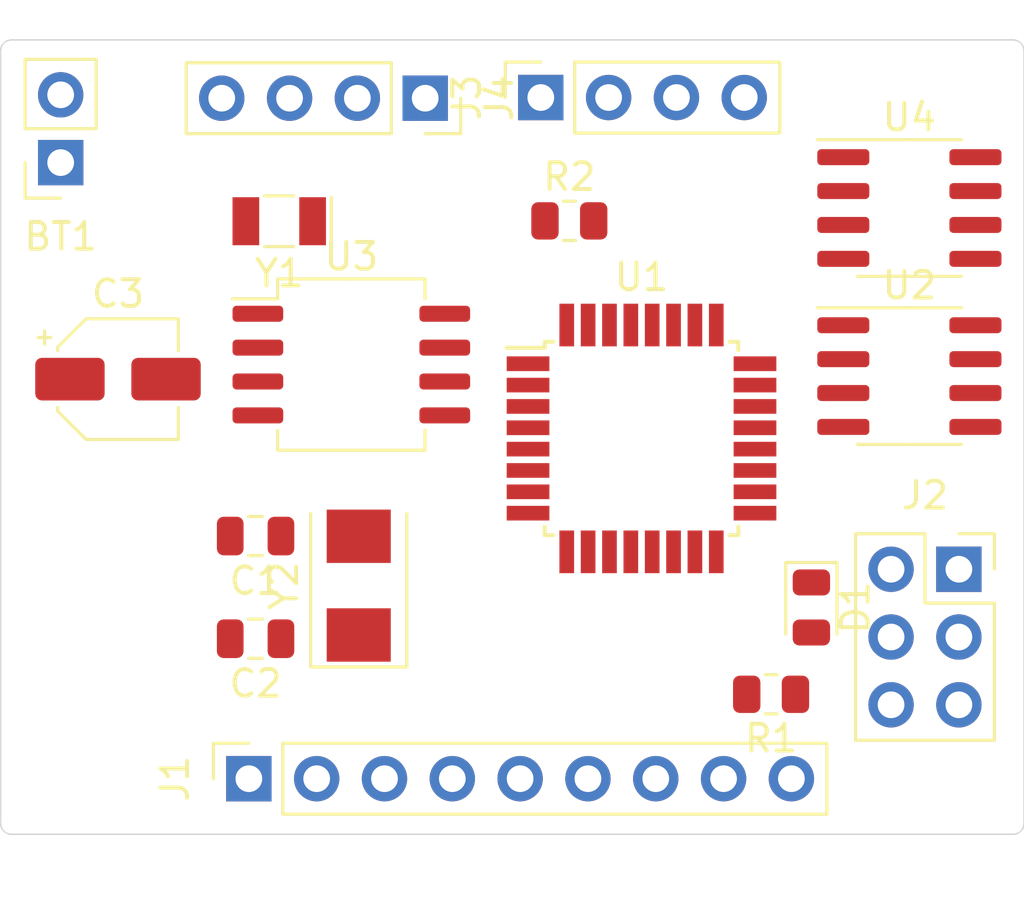
<source format=kicad_pcb>
(kicad_pcb (version 20171130) (host pcbnew "(5.1.10-1-10_14)")

  (general
    (thickness 1.6)
    (drawings 8)
    (tracks 0)
    (zones 0)
    (modules 17)
    (nets 32)
  )

  (page A4)
  (title_block
    (title Arduino)
    (date 2021-10-22)
    (rev A)
    (company STEMI)
    (comment 1 "Fran Zekan")
  )

  (layers
    (0 F.Cu signal)
    (31 B.Cu mixed)
    (33 F.Adhes user)
    (35 F.Paste user)
    (37 F.SilkS user)
    (38 B.Mask user)
    (39 F.Mask user)
    (40 Dwgs.User user)
    (41 Cmts.User user)
    (42 Eco1.User user)
    (43 Eco2.User user)
    (44 Edge.Cuts user)
    (45 Margin user)
    (46 B.CrtYd user)
    (47 F.CrtYd user)
    (49 F.Fab user)
  )

  (setup
    (last_trace_width 0.25)
    (user_trace_width 0.5)
    (trace_clearance 0.2)
    (zone_clearance 0.508)
    (zone_45_only no)
    (trace_min 0.2)
    (via_size 0.8)
    (via_drill 0.4)
    (via_min_size 0.4)
    (via_min_drill 0.3)
    (user_via 1.2 1)
    (uvia_size 0.3)
    (uvia_drill 0.1)
    (uvias_allowed no)
    (uvia_min_size 0.2)
    (uvia_min_drill 0.1)
    (edge_width 0.05)
    (segment_width 0.2)
    (pcb_text_width 0.3)
    (pcb_text_size 1.5 1.5)
    (mod_edge_width 0.12)
    (mod_text_size 1 1)
    (mod_text_width 0.15)
    (pad_size 1.524 1.524)
    (pad_drill 0.762)
    (pad_to_mask_clearance 0)
    (aux_axis_origin 0 0)
    (visible_elements FFFFFF7F)
    (pcbplotparams
      (layerselection 0x010fc_ffffffff)
      (usegerberextensions false)
      (usegerberattributes true)
      (usegerberadvancedattributes true)
      (creategerberjobfile true)
      (excludeedgelayer true)
      (linewidth 0.100000)
      (plotframeref false)
      (viasonmask false)
      (mode 1)
      (useauxorigin false)
      (hpglpennumber 1)
      (hpglpenspeed 20)
      (hpglpendiameter 15.000000)
      (psnegative false)
      (psa4output false)
      (plotreference true)
      (plotvalue true)
      (plotinvisibletext false)
      (padsonsilk false)
      (subtractmaskfromsilk false)
      (outputformat 1)
      (mirror false)
      (drillshape 1)
      (scaleselection 1)
      (outputdirectory ""))
  )

  (net 0 "")
  (net 1 VCC)
  (net 2 GND)
  (net 3 /X1)
  (net 4 /X2)
  (net 5 "Net-(D1-Pad2)")
  (net 6 /D2)
  (net 7 /D3)
  (net 8 /D4)
  (net 9 /D5)
  (net 10 /D6)
  (net 11 /D7)
  (net 12 /D8)
  (net 13 /MISO)
  (net 14 /SCL)
  (net 15 /MOSI)
  (net 16 /RST)
  (net 17 /SDA)
  (net 18 /RX)
  (net 19 /TX)
  (net 20 "Net-(R1-Pad2)")
  (net 21 "Net-(U1-Pad13)")
  (net 22 "Net-(U1-Pad14)")
  (net 23 "Net-(U1-Pad19)")
  (net 24 "Net-(U1-Pad22)")
  (net 25 /ADDS1)
  (net 26 /ADDS2)
  (net 27 "Net-(U1-Pad25)")
  (net 28 "Net-(U1-Pad26)")
  (net 29 "Net-(U3-Pad1)")
  (net 30 "Net-(U3-Pad2)")
  (net 31 "Net-(U3-Pad7)")

  (net_class Default "This is the default net class."
    (clearance 0.2)
    (trace_width 0.25)
    (via_dia 0.8)
    (via_drill 0.4)
    (uvia_dia 0.3)
    (uvia_drill 0.1)
    (add_net /ADDS1)
    (add_net /ADDS2)
    (add_net /D2)
    (add_net /D3)
    (add_net /D4)
    (add_net /D5)
    (add_net /D6)
    (add_net /D7)
    (add_net /D8)
    (add_net /MISO)
    (add_net /MOSI)
    (add_net /RST)
    (add_net /RX)
    (add_net /SCL)
    (add_net /SDA)
    (add_net /TX)
    (add_net /X1)
    (add_net /X2)
    (add_net "Net-(D1-Pad2)")
    (add_net "Net-(R1-Pad2)")
    (add_net "Net-(U1-Pad13)")
    (add_net "Net-(U1-Pad14)")
    (add_net "Net-(U1-Pad19)")
    (add_net "Net-(U1-Pad22)")
    (add_net "Net-(U1-Pad25)")
    (add_net "Net-(U1-Pad26)")
    (add_net "Net-(U3-Pad1)")
    (add_net "Net-(U3-Pad2)")
    (add_net "Net-(U3-Pad7)")
  )

  (net_class Power ""
    (clearance 0.3)
    (trace_width 0.5)
    (via_dia 1.2)
    (via_drill 1)
    (uvia_dia 0.3)
    (uvia_drill 0.1)
    (add_net GND)
    (add_net VCC)
  )

  (module Connector_PinSocket_2.54mm:PinSocket_1x02_P2.54mm_Vertical (layer F.Cu) (tedit 5A19A420) (tstamp 61733910)
    (at 122.8725 110.236 180)
    (descr "Through hole straight socket strip, 1x02, 2.54mm pitch, single row (from Kicad 4.0.7), script generated")
    (tags "Through hole socket strip THT 1x02 2.54mm single row")
    (path /6172D370)
    (fp_text reference BT1 (at 0 -2.77) (layer F.SilkS)
      (effects (font (size 1 1) (thickness 0.15)))
    )
    (fp_text value "Battery 3V" (at -1.9939 5.2451) (layer F.Fab)
      (effects (font (size 1 1) (thickness 0.15)))
    )
    (fp_line (start -1.8 4.3) (end -1.8 -1.8) (layer F.CrtYd) (width 0.05))
    (fp_line (start 1.75 4.3) (end -1.8 4.3) (layer F.CrtYd) (width 0.05))
    (fp_line (start 1.75 -1.8) (end 1.75 4.3) (layer F.CrtYd) (width 0.05))
    (fp_line (start -1.8 -1.8) (end 1.75 -1.8) (layer F.CrtYd) (width 0.05))
    (fp_line (start 0 -1.33) (end 1.33 -1.33) (layer F.SilkS) (width 0.12))
    (fp_line (start 1.33 -1.33) (end 1.33 0) (layer F.SilkS) (width 0.12))
    (fp_line (start 1.33 1.27) (end 1.33 3.87) (layer F.SilkS) (width 0.12))
    (fp_line (start -1.33 3.87) (end 1.33 3.87) (layer F.SilkS) (width 0.12))
    (fp_line (start -1.33 1.27) (end -1.33 3.87) (layer F.SilkS) (width 0.12))
    (fp_line (start -1.33 1.27) (end 1.33 1.27) (layer F.SilkS) (width 0.12))
    (fp_line (start -1.27 3.81) (end -1.27 -1.27) (layer F.Fab) (width 0.1))
    (fp_line (start 1.27 3.81) (end -1.27 3.81) (layer F.Fab) (width 0.1))
    (fp_line (start 1.27 -0.635) (end 1.27 3.81) (layer F.Fab) (width 0.1))
    (fp_line (start 0.635 -1.27) (end 1.27 -0.635) (layer F.Fab) (width 0.1))
    (fp_line (start -1.27 -1.27) (end 0.635 -1.27) (layer F.Fab) (width 0.1))
    (fp_text user %R (at 0 1.27 90) (layer F.Fab)
      (effects (font (size 1 1) (thickness 0.15)))
    )
    (pad 1 thru_hole rect (at 0 0 180) (size 1.7 1.7) (drill 1) (layers *.Cu *.Mask)
      (net 1 VCC))
    (pad 2 thru_hole oval (at 0 2.54 180) (size 1.7 1.7) (drill 1) (layers *.Cu *.Mask)
      (net 2 GND))
    (model ${KISYS3DMOD}/Connector_PinSocket_2.54mm.3dshapes/PinSocket_1x02_P2.54mm_Vertical.wrl
      (at (xyz 0 0 0))
      (scale (xyz 1 1 1))
      (rotate (xyz 0 0 0))
    )
  )

  (module Capacitor_SMD:C_0805_2012Metric (layer F.Cu) (tedit 5F68FEEE) (tstamp 6173338E)
    (at 130.1725 124.2314 180)
    (descr "Capacitor SMD 0805 (2012 Metric), square (rectangular) end terminal, IPC_7351 nominal, (Body size source: IPC-SM-782 page 76, https://www.pcb-3d.com/wordpress/wp-content/uploads/ipc-sm-782a_amendment_1_and_2.pdf, https://docs.google.com/spreadsheets/d/1BsfQQcO9C6DZCsRaXUlFlo91Tg2WpOkGARC1WS5S8t0/edit?usp=sharing), generated with kicad-footprint-generator")
    (tags capacitor)
    (path /61737550)
    (attr smd)
    (fp_text reference C1 (at 0 -1.68) (layer F.SilkS)
      (effects (font (size 1 1) (thickness 0.15)))
    )
    (fp_text value 22pF (at 0 1.68) (layer F.Fab)
      (effects (font (size 1 1) (thickness 0.15)))
    )
    (fp_text user %R (at 0 0) (layer F.Fab)
      (effects (font (size 0.5 0.5) (thickness 0.08)))
    )
    (fp_line (start -1 0.625) (end -1 -0.625) (layer F.Fab) (width 0.1))
    (fp_line (start -1 -0.625) (end 1 -0.625) (layer F.Fab) (width 0.1))
    (fp_line (start 1 -0.625) (end 1 0.625) (layer F.Fab) (width 0.1))
    (fp_line (start 1 0.625) (end -1 0.625) (layer F.Fab) (width 0.1))
    (fp_line (start -0.261252 -0.735) (end 0.261252 -0.735) (layer F.SilkS) (width 0.12))
    (fp_line (start -0.261252 0.735) (end 0.261252 0.735) (layer F.SilkS) (width 0.12))
    (fp_line (start -1.7 0.98) (end -1.7 -0.98) (layer F.CrtYd) (width 0.05))
    (fp_line (start -1.7 -0.98) (end 1.7 -0.98) (layer F.CrtYd) (width 0.05))
    (fp_line (start 1.7 -0.98) (end 1.7 0.98) (layer F.CrtYd) (width 0.05))
    (fp_line (start 1.7 0.98) (end -1.7 0.98) (layer F.CrtYd) (width 0.05))
    (pad 2 smd roundrect (at 0.95 0 180) (size 1 1.45) (layers F.Cu F.Paste F.Mask) (roundrect_rratio 0.25)
      (net 2 GND))
    (pad 1 smd roundrect (at -0.95 0 180) (size 1 1.45) (layers F.Cu F.Paste F.Mask) (roundrect_rratio 0.25)
      (net 3 /X1))
    (model ${KISYS3DMOD}/Capacitor_SMD.3dshapes/C_0805_2012Metric.wrl
      (at (xyz 0 0 0))
      (scale (xyz 1 1 1))
      (rotate (xyz 0 0 0))
    )
  )

  (module Capacitor_SMD:C_0805_2012Metric (layer F.Cu) (tedit 5F68FEEE) (tstamp 61733470)
    (at 130.1725 128.0795 180)
    (descr "Capacitor SMD 0805 (2012 Metric), square (rectangular) end terminal, IPC_7351 nominal, (Body size source: IPC-SM-782 page 76, https://www.pcb-3d.com/wordpress/wp-content/uploads/ipc-sm-782a_amendment_1_and_2.pdf, https://docs.google.com/spreadsheets/d/1BsfQQcO9C6DZCsRaXUlFlo91Tg2WpOkGARC1WS5S8t0/edit?usp=sharing), generated with kicad-footprint-generator")
    (tags capacitor)
    (path /6172E0FB)
    (attr smd)
    (fp_text reference C2 (at 0 -1.68) (layer F.SilkS)
      (effects (font (size 1 1) (thickness 0.15)))
    )
    (fp_text value 22pF (at 0 1.68) (layer F.Fab)
      (effects (font (size 1 1) (thickness 0.15)))
    )
    (fp_line (start 1.7 0.98) (end -1.7 0.98) (layer F.CrtYd) (width 0.05))
    (fp_line (start 1.7 -0.98) (end 1.7 0.98) (layer F.CrtYd) (width 0.05))
    (fp_line (start -1.7 -0.98) (end 1.7 -0.98) (layer F.CrtYd) (width 0.05))
    (fp_line (start -1.7 0.98) (end -1.7 -0.98) (layer F.CrtYd) (width 0.05))
    (fp_line (start -0.261252 0.735) (end 0.261252 0.735) (layer F.SilkS) (width 0.12))
    (fp_line (start -0.261252 -0.735) (end 0.261252 -0.735) (layer F.SilkS) (width 0.12))
    (fp_line (start 1 0.625) (end -1 0.625) (layer F.Fab) (width 0.1))
    (fp_line (start 1 -0.625) (end 1 0.625) (layer F.Fab) (width 0.1))
    (fp_line (start -1 -0.625) (end 1 -0.625) (layer F.Fab) (width 0.1))
    (fp_line (start -1 0.625) (end -1 -0.625) (layer F.Fab) (width 0.1))
    (fp_text user %R (at 0 0) (layer F.Fab)
      (effects (font (size 0.5 0.5) (thickness 0.08)))
    )
    (pad 1 smd roundrect (at -0.95 0 180) (size 1 1.45) (layers F.Cu F.Paste F.Mask) (roundrect_rratio 0.25)
      (net 4 /X2))
    (pad 2 smd roundrect (at 0.95 0 180) (size 1 1.45) (layers F.Cu F.Paste F.Mask) (roundrect_rratio 0.25)
      (net 2 GND))
    (model ${KISYS3DMOD}/Capacitor_SMD.3dshapes/C_0805_2012Metric.wrl
      (at (xyz 0 0 0))
      (scale (xyz 1 1 1))
      (rotate (xyz 0 0 0))
    )
  )

  (module Capacitor_SMD:CP_Elec_4x3 (layer F.Cu) (tedit 5BCA39CF) (tstamp 61733571)
    (at 125.0188 118.3513)
    (descr "SMD capacitor, aluminum electrolytic, Nichicon, 4.0x3mm")
    (tags "capacitor electrolytic")
    (path /6172E61F)
    (attr smd)
    (fp_text reference C3 (at 0 -3.2) (layer F.SilkS)
      (effects (font (size 1 1) (thickness 0.15)))
    )
    (fp_text value 10uF (at 0 3.2) (layer F.Fab)
      (effects (font (size 1 1) (thickness 0.15)))
    )
    (fp_line (start -3.35 1.05) (end -2.4 1.05) (layer F.CrtYd) (width 0.05))
    (fp_line (start -3.35 -1.05) (end -3.35 1.05) (layer F.CrtYd) (width 0.05))
    (fp_line (start -2.4 -1.05) (end -3.35 -1.05) (layer F.CrtYd) (width 0.05))
    (fp_line (start -2.4 1.05) (end -2.4 1.25) (layer F.CrtYd) (width 0.05))
    (fp_line (start -2.4 -1.25) (end -2.4 -1.05) (layer F.CrtYd) (width 0.05))
    (fp_line (start -2.4 -1.25) (end -1.25 -2.4) (layer F.CrtYd) (width 0.05))
    (fp_line (start -2.4 1.25) (end -1.25 2.4) (layer F.CrtYd) (width 0.05))
    (fp_line (start -1.25 -2.4) (end 2.4 -2.4) (layer F.CrtYd) (width 0.05))
    (fp_line (start -1.25 2.4) (end 2.4 2.4) (layer F.CrtYd) (width 0.05))
    (fp_line (start 2.4 1.05) (end 2.4 2.4) (layer F.CrtYd) (width 0.05))
    (fp_line (start 3.35 1.05) (end 2.4 1.05) (layer F.CrtYd) (width 0.05))
    (fp_line (start 3.35 -1.05) (end 3.35 1.05) (layer F.CrtYd) (width 0.05))
    (fp_line (start 2.4 -1.05) (end 3.35 -1.05) (layer F.CrtYd) (width 0.05))
    (fp_line (start 2.4 -2.4) (end 2.4 -1.05) (layer F.CrtYd) (width 0.05))
    (fp_line (start -2.75 -1.81) (end -2.75 -1.31) (layer F.SilkS) (width 0.12))
    (fp_line (start -3 -1.56) (end -2.5 -1.56) (layer F.SilkS) (width 0.12))
    (fp_line (start -2.26 1.195563) (end -1.195563 2.26) (layer F.SilkS) (width 0.12))
    (fp_line (start -2.26 -1.195563) (end -1.195563 -2.26) (layer F.SilkS) (width 0.12))
    (fp_line (start -2.26 -1.195563) (end -2.26 -1.06) (layer F.SilkS) (width 0.12))
    (fp_line (start -2.26 1.195563) (end -2.26 1.06) (layer F.SilkS) (width 0.12))
    (fp_line (start -1.195563 2.26) (end 2.26 2.26) (layer F.SilkS) (width 0.12))
    (fp_line (start -1.195563 -2.26) (end 2.26 -2.26) (layer F.SilkS) (width 0.12))
    (fp_line (start 2.26 -2.26) (end 2.26 -1.06) (layer F.SilkS) (width 0.12))
    (fp_line (start 2.26 2.26) (end 2.26 1.06) (layer F.SilkS) (width 0.12))
    (fp_line (start -1.374773 -1.2) (end -1.374773 -0.8) (layer F.Fab) (width 0.1))
    (fp_line (start -1.574773 -1) (end -1.174773 -1) (layer F.Fab) (width 0.1))
    (fp_line (start -2.15 1.15) (end -1.15 2.15) (layer F.Fab) (width 0.1))
    (fp_line (start -2.15 -1.15) (end -1.15 -2.15) (layer F.Fab) (width 0.1))
    (fp_line (start -2.15 -1.15) (end -2.15 1.15) (layer F.Fab) (width 0.1))
    (fp_line (start -1.15 2.15) (end 2.15 2.15) (layer F.Fab) (width 0.1))
    (fp_line (start -1.15 -2.15) (end 2.15 -2.15) (layer F.Fab) (width 0.1))
    (fp_line (start 2.15 -2.15) (end 2.15 2.15) (layer F.Fab) (width 0.1))
    (fp_circle (center 0 0) (end 2 0) (layer F.Fab) (width 0.1))
    (fp_text user %R (at 0 0) (layer F.Fab)
      (effects (font (size 0.8 0.8) (thickness 0.12)))
    )
    (pad 1 smd roundrect (at -1.8 0) (size 2.6 1.6) (layers F.Cu F.Paste F.Mask) (roundrect_rratio 0.15625)
      (net 1 VCC))
    (pad 2 smd roundrect (at 1.8 0) (size 2.6 1.6) (layers F.Cu F.Paste F.Mask) (roundrect_rratio 0.15625)
      (net 2 GND))
    (model ${KISYS3DMOD}/Capacitor_SMD.3dshapes/CP_Elec_4x3.wrl
      (at (xyz 0 0 0))
      (scale (xyz 1 1 1))
      (rotate (xyz 0 0 0))
    )
  )

  (module LED_SMD:LED_0805_2012Metric (layer F.Cu) (tedit 5F68FEF1) (tstamp 6173372B)
    (at 150.9903 126.9088 270)
    (descr "LED SMD 0805 (2012 Metric), square (rectangular) end terminal, IPC_7351 nominal, (Body size source: https://docs.google.com/spreadsheets/d/1BsfQQcO9C6DZCsRaXUlFlo91Tg2WpOkGARC1WS5S8t0/edit?usp=sharing), generated with kicad-footprint-generator")
    (tags LED)
    (path /6172EEA0)
    (attr smd)
    (fp_text reference D1 (at 0 -1.65 90) (layer F.SilkS)
      (effects (font (size 1 1) (thickness 0.15)))
    )
    (fp_text value LED (at 0 1.65 90) (layer F.Fab)
      (effects (font (size 1 1) (thickness 0.15)))
    )
    (fp_line (start 1.68 0.95) (end -1.68 0.95) (layer F.CrtYd) (width 0.05))
    (fp_line (start 1.68 -0.95) (end 1.68 0.95) (layer F.CrtYd) (width 0.05))
    (fp_line (start -1.68 -0.95) (end 1.68 -0.95) (layer F.CrtYd) (width 0.05))
    (fp_line (start -1.68 0.95) (end -1.68 -0.95) (layer F.CrtYd) (width 0.05))
    (fp_line (start -1.685 0.96) (end 1 0.96) (layer F.SilkS) (width 0.12))
    (fp_line (start -1.685 -0.96) (end -1.685 0.96) (layer F.SilkS) (width 0.12))
    (fp_line (start 1 -0.96) (end -1.685 -0.96) (layer F.SilkS) (width 0.12))
    (fp_line (start 1 0.6) (end 1 -0.6) (layer F.Fab) (width 0.1))
    (fp_line (start -1 0.6) (end 1 0.6) (layer F.Fab) (width 0.1))
    (fp_line (start -1 -0.3) (end -1 0.6) (layer F.Fab) (width 0.1))
    (fp_line (start -0.7 -0.6) (end -1 -0.3) (layer F.Fab) (width 0.1))
    (fp_line (start 1 -0.6) (end -0.7 -0.6) (layer F.Fab) (width 0.1))
    (fp_text user %R (at 0 0 90) (layer F.Fab)
      (effects (font (size 0.5 0.5) (thickness 0.08)))
    )
    (pad 1 smd roundrect (at -0.9375 0 270) (size 0.975 1.4) (layers F.Cu F.Paste F.Mask) (roundrect_rratio 0.25)
      (net 2 GND))
    (pad 2 smd roundrect (at 0.9375 0 270) (size 0.975 1.4) (layers F.Cu F.Paste F.Mask) (roundrect_rratio 0.25)
      (net 5 "Net-(D1-Pad2)"))
    (model ${KISYS3DMOD}/LED_SMD.3dshapes/LED_0805_2012Metric.wrl
      (at (xyz 0 0 0))
      (scale (xyz 1 1 1))
      (rotate (xyz 0 0 0))
    )
  )

  (module Connector_PinSocket_2.54mm:PinSocket_1x09_P2.54mm_Vertical (layer F.Cu) (tedit 5A19A431) (tstamp 61730CFC)
    (at 129.921 133.3246 90)
    (descr "Through hole straight socket strip, 1x09, 2.54mm pitch, single row (from Kicad 4.0.7), script generated")
    (tags "Through hole socket strip THT 1x09 2.54mm single row")
    (path /61737F5F/61739C81)
    (fp_text reference J1 (at 0 -2.77 90) (layer F.SilkS)
      (effects (font (size 1 1) (thickness 0.15)))
    )
    (fp_text value "Digital pins" (at 0 23.09 90) (layer F.Fab)
      (effects (font (size 1 1) (thickness 0.15)))
    )
    (fp_line (start -1.8 22.1) (end -1.8 -1.8) (layer F.CrtYd) (width 0.05))
    (fp_line (start 1.75 22.1) (end -1.8 22.1) (layer F.CrtYd) (width 0.05))
    (fp_line (start 1.75 -1.8) (end 1.75 22.1) (layer F.CrtYd) (width 0.05))
    (fp_line (start -1.8 -1.8) (end 1.75 -1.8) (layer F.CrtYd) (width 0.05))
    (fp_line (start 0 -1.33) (end 1.33 -1.33) (layer F.SilkS) (width 0.12))
    (fp_line (start 1.33 -1.33) (end 1.33 0) (layer F.SilkS) (width 0.12))
    (fp_line (start 1.33 1.27) (end 1.33 21.65) (layer F.SilkS) (width 0.12))
    (fp_line (start -1.33 21.65) (end 1.33 21.65) (layer F.SilkS) (width 0.12))
    (fp_line (start -1.33 1.27) (end -1.33 21.65) (layer F.SilkS) (width 0.12))
    (fp_line (start -1.33 1.27) (end 1.33 1.27) (layer F.SilkS) (width 0.12))
    (fp_line (start -1.27 21.59) (end -1.27 -1.27) (layer F.Fab) (width 0.1))
    (fp_line (start 1.27 21.59) (end -1.27 21.59) (layer F.Fab) (width 0.1))
    (fp_line (start 1.27 -0.635) (end 1.27 21.59) (layer F.Fab) (width 0.1))
    (fp_line (start 0.635 -1.27) (end 1.27 -0.635) (layer F.Fab) (width 0.1))
    (fp_line (start -1.27 -1.27) (end 0.635 -1.27) (layer F.Fab) (width 0.1))
    (fp_text user %R (at 0 10.16) (layer F.Fab)
      (effects (font (size 1 1) (thickness 0.15)))
    )
    (pad 1 thru_hole rect (at 0 0 90) (size 1.7 1.7) (drill 1) (layers *.Cu *.Mask)
      (net 6 /D2))
    (pad 2 thru_hole oval (at 0 2.54 90) (size 1.7 1.7) (drill 1) (layers *.Cu *.Mask)
      (net 7 /D3))
    (pad 3 thru_hole oval (at 0 5.08 90) (size 1.7 1.7) (drill 1) (layers *.Cu *.Mask)
      (net 8 /D4))
    (pad 4 thru_hole oval (at 0 7.62 90) (size 1.7 1.7) (drill 1) (layers *.Cu *.Mask)
      (net 9 /D5))
    (pad 5 thru_hole oval (at 0 10.16 90) (size 1.7 1.7) (drill 1) (layers *.Cu *.Mask)
      (net 10 /D6))
    (pad 6 thru_hole oval (at 0 12.7 90) (size 1.7 1.7) (drill 1) (layers *.Cu *.Mask)
      (net 11 /D7))
    (pad 7 thru_hole oval (at 0 15.24 90) (size 1.7 1.7) (drill 1) (layers *.Cu *.Mask)
      (net 12 /D8))
    (pad 8 thru_hole oval (at 0 17.78 90) (size 1.7 1.7) (drill 1) (layers *.Cu *.Mask)
      (net 2 GND))
    (pad 9 thru_hole oval (at 0 20.32 90) (size 1.7 1.7) (drill 1) (layers *.Cu *.Mask)
      (net 1 VCC))
    (model ${KISYS3DMOD}/Connector_PinSocket_2.54mm.3dshapes/PinSocket_1x09_P2.54mm_Vertical.wrl
      (at (xyz 0 0 0))
      (scale (xyz 1 1 1))
      (rotate (xyz 0 0 0))
    )
  )

  (module Connector_PinSocket_2.54mm:PinSocket_2x03_P2.54mm_Vertical (layer F.Cu) (tedit 5A19A425) (tstamp 61732EB3)
    (at 156.5148 125.476)
    (descr "Through hole straight socket strip, 2x03, 2.54mm pitch, double cols (from Kicad 4.0.7), script generated")
    (tags "Through hole socket strip THT 2x03 2.54mm double row")
    (path /61737F5F/6173AF95)
    (fp_text reference J2 (at -1.27 -2.77) (layer F.SilkS)
      (effects (font (size 1 1) (thickness 0.15)))
    )
    (fp_text value ICSP (at -1.27 7.85) (layer F.Fab)
      (effects (font (size 1 1) (thickness 0.15)))
    )
    (fp_line (start -4.34 6.85) (end -4.34 -1.8) (layer F.CrtYd) (width 0.05))
    (fp_line (start 1.76 6.85) (end -4.34 6.85) (layer F.CrtYd) (width 0.05))
    (fp_line (start 1.76 -1.8) (end 1.76 6.85) (layer F.CrtYd) (width 0.05))
    (fp_line (start -4.34 -1.8) (end 1.76 -1.8) (layer F.CrtYd) (width 0.05))
    (fp_line (start 0 -1.33) (end 1.33 -1.33) (layer F.SilkS) (width 0.12))
    (fp_line (start 1.33 -1.33) (end 1.33 0) (layer F.SilkS) (width 0.12))
    (fp_line (start -1.27 -1.33) (end -1.27 1.27) (layer F.SilkS) (width 0.12))
    (fp_line (start -1.27 1.27) (end 1.33 1.27) (layer F.SilkS) (width 0.12))
    (fp_line (start 1.33 1.27) (end 1.33 6.41) (layer F.SilkS) (width 0.12))
    (fp_line (start -3.87 6.41) (end 1.33 6.41) (layer F.SilkS) (width 0.12))
    (fp_line (start -3.87 -1.33) (end -3.87 6.41) (layer F.SilkS) (width 0.12))
    (fp_line (start -3.87 -1.33) (end -1.27 -1.33) (layer F.SilkS) (width 0.12))
    (fp_line (start -3.81 6.35) (end -3.81 -1.27) (layer F.Fab) (width 0.1))
    (fp_line (start 1.27 6.35) (end -3.81 6.35) (layer F.Fab) (width 0.1))
    (fp_line (start 1.27 -0.27) (end 1.27 6.35) (layer F.Fab) (width 0.1))
    (fp_line (start 0.27 -1.27) (end 1.27 -0.27) (layer F.Fab) (width 0.1))
    (fp_line (start -3.81 -1.27) (end 0.27 -1.27) (layer F.Fab) (width 0.1))
    (fp_text user %R (at -1.27 2.54 90) (layer F.Fab)
      (effects (font (size 1 1) (thickness 0.15)))
    )
    (pad 1 thru_hole rect (at 0 0) (size 1.7 1.7) (drill 1) (layers *.Cu *.Mask)
      (net 13 /MISO))
    (pad 2 thru_hole oval (at -2.54 0) (size 1.7 1.7) (drill 1) (layers *.Cu *.Mask)
      (net 1 VCC))
    (pad 3 thru_hole oval (at 0 2.54) (size 1.7 1.7) (drill 1) (layers *.Cu *.Mask)
      (net 14 /SCL))
    (pad 4 thru_hole oval (at -2.54 2.54) (size 1.7 1.7) (drill 1) (layers *.Cu *.Mask)
      (net 15 /MOSI))
    (pad 5 thru_hole oval (at 0 5.08) (size 1.7 1.7) (drill 1) (layers *.Cu *.Mask)
      (net 16 /RST))
    (pad 6 thru_hole oval (at -2.54 5.08) (size 1.7 1.7) (drill 1) (layers *.Cu *.Mask)
      (net 2 GND))
    (model ${KISYS3DMOD}/Connector_PinSocket_2.54mm.3dshapes/PinSocket_2x03_P2.54mm_Vertical.wrl
      (at (xyz 0 0 0))
      (scale (xyz 1 1 1))
      (rotate (xyz 0 0 0))
    )
  )

  (module Connector_PinSocket_2.54mm:PinSocket_1x04_P2.54mm_Vertical (layer F.Cu) (tedit 5A19A429) (tstamp 61732772)
    (at 140.8557 107.7976 90)
    (descr "Through hole straight socket strip, 1x04, 2.54mm pitch, single row (from Kicad 4.0.7), script generated")
    (tags "Through hole socket strip THT 1x04 2.54mm single row")
    (path /61737F5F/6173A5E1)
    (fp_text reference J3 (at 0 -2.77 90) (layer F.SilkS)
      (effects (font (size 1 1) (thickness 0.15)))
    )
    (fp_text value I2C (at 0 10.39 90) (layer F.Fab)
      (effects (font (size 1 1) (thickness 0.15)))
    )
    (fp_line (start -1.8 9.4) (end -1.8 -1.8) (layer F.CrtYd) (width 0.05))
    (fp_line (start 1.75 9.4) (end -1.8 9.4) (layer F.CrtYd) (width 0.05))
    (fp_line (start 1.75 -1.8) (end 1.75 9.4) (layer F.CrtYd) (width 0.05))
    (fp_line (start -1.8 -1.8) (end 1.75 -1.8) (layer F.CrtYd) (width 0.05))
    (fp_line (start 0 -1.33) (end 1.33 -1.33) (layer F.SilkS) (width 0.12))
    (fp_line (start 1.33 -1.33) (end 1.33 0) (layer F.SilkS) (width 0.12))
    (fp_line (start 1.33 1.27) (end 1.33 8.95) (layer F.SilkS) (width 0.12))
    (fp_line (start -1.33 8.95) (end 1.33 8.95) (layer F.SilkS) (width 0.12))
    (fp_line (start -1.33 1.27) (end -1.33 8.95) (layer F.SilkS) (width 0.12))
    (fp_line (start -1.33 1.27) (end 1.33 1.27) (layer F.SilkS) (width 0.12))
    (fp_line (start -1.27 8.89) (end -1.27 -1.27) (layer F.Fab) (width 0.1))
    (fp_line (start 1.27 8.89) (end -1.27 8.89) (layer F.Fab) (width 0.1))
    (fp_line (start 1.27 -0.635) (end 1.27 8.89) (layer F.Fab) (width 0.1))
    (fp_line (start 0.635 -1.27) (end 1.27 -0.635) (layer F.Fab) (width 0.1))
    (fp_line (start -1.27 -1.27) (end 0.635 -1.27) (layer F.Fab) (width 0.1))
    (fp_text user %R (at 0 3.81) (layer F.Fab)
      (effects (font (size 1 1) (thickness 0.15)))
    )
    (pad 1 thru_hole rect (at 0 0 90) (size 1.7 1.7) (drill 1) (layers *.Cu *.Mask)
      (net 14 /SCL))
    (pad 2 thru_hole oval (at 0 2.54 90) (size 1.7 1.7) (drill 1) (layers *.Cu *.Mask)
      (net 17 /SDA))
    (pad 3 thru_hole oval (at 0 5.08 90) (size 1.7 1.7) (drill 1) (layers *.Cu *.Mask)
      (net 2 GND))
    (pad 4 thru_hole oval (at 0 7.62 90) (size 1.7 1.7) (drill 1) (layers *.Cu *.Mask)
      (net 1 VCC))
    (model ${KISYS3DMOD}/Connector_PinSocket_2.54mm.3dshapes/PinSocket_1x04_P2.54mm_Vertical.wrl
      (at (xyz 0 0 0))
      (scale (xyz 1 1 1))
      (rotate (xyz 0 0 0))
    )
  )

  (module Connector_PinSocket_2.54mm:PinSocket_1x04_P2.54mm_Vertical (layer F.Cu) (tedit 5A19A429) (tstamp 6173385F)
    (at 136.525 107.823 270)
    (descr "Through hole straight socket strip, 1x04, 2.54mm pitch, single row (from Kicad 4.0.7), script generated")
    (tags "Through hole socket strip THT 1x04 2.54mm single row")
    (path /61737F5F/6173BFDD)
    (fp_text reference J4 (at 0 -2.77 90) (layer F.SilkS)
      (effects (font (size 1 1) (thickness 0.15)))
    )
    (fp_text value SERIAL (at 0 10.39 90) (layer F.Fab)
      (effects (font (size 1 1) (thickness 0.15)))
    )
    (fp_text user %R (at 0 3.81) (layer F.Fab)
      (effects (font (size 1 1) (thickness 0.15)))
    )
    (fp_line (start -1.27 -1.27) (end 0.635 -1.27) (layer F.Fab) (width 0.1))
    (fp_line (start 0.635 -1.27) (end 1.27 -0.635) (layer F.Fab) (width 0.1))
    (fp_line (start 1.27 -0.635) (end 1.27 8.89) (layer F.Fab) (width 0.1))
    (fp_line (start 1.27 8.89) (end -1.27 8.89) (layer F.Fab) (width 0.1))
    (fp_line (start -1.27 8.89) (end -1.27 -1.27) (layer F.Fab) (width 0.1))
    (fp_line (start -1.33 1.27) (end 1.33 1.27) (layer F.SilkS) (width 0.12))
    (fp_line (start -1.33 1.27) (end -1.33 8.95) (layer F.SilkS) (width 0.12))
    (fp_line (start -1.33 8.95) (end 1.33 8.95) (layer F.SilkS) (width 0.12))
    (fp_line (start 1.33 1.27) (end 1.33 8.95) (layer F.SilkS) (width 0.12))
    (fp_line (start 1.33 -1.33) (end 1.33 0) (layer F.SilkS) (width 0.12))
    (fp_line (start 0 -1.33) (end 1.33 -1.33) (layer F.SilkS) (width 0.12))
    (fp_line (start -1.8 -1.8) (end 1.75 -1.8) (layer F.CrtYd) (width 0.05))
    (fp_line (start 1.75 -1.8) (end 1.75 9.4) (layer F.CrtYd) (width 0.05))
    (fp_line (start 1.75 9.4) (end -1.8 9.4) (layer F.CrtYd) (width 0.05))
    (fp_line (start -1.8 9.4) (end -1.8 -1.8) (layer F.CrtYd) (width 0.05))
    (pad 4 thru_hole oval (at 0 7.62 270) (size 1.7 1.7) (drill 1) (layers *.Cu *.Mask)
      (net 1 VCC))
    (pad 3 thru_hole oval (at 0 5.08 270) (size 1.7 1.7) (drill 1) (layers *.Cu *.Mask)
      (net 2 GND))
    (pad 2 thru_hole oval (at 0 2.54 270) (size 1.7 1.7) (drill 1) (layers *.Cu *.Mask)
      (net 18 /RX))
    (pad 1 thru_hole rect (at 0 0 270) (size 1.7 1.7) (drill 1) (layers *.Cu *.Mask)
      (net 19 /TX))
    (model ${KISYS3DMOD}/Connector_PinSocket_2.54mm.3dshapes/PinSocket_1x04_P2.54mm_Vertical.wrl
      (at (xyz 0 0 0))
      (scale (xyz 1 1 1))
      (rotate (xyz 0 0 0))
    )
  )

  (module Resistor_SMD:R_0805_2012Metric (layer F.Cu) (tedit 5F68FEEE) (tstamp 6173368D)
    (at 149.4809 130.1623 180)
    (descr "Resistor SMD 0805 (2012 Metric), square (rectangular) end terminal, IPC_7351 nominal, (Body size source: IPC-SM-782 page 72, https://www.pcb-3d.com/wordpress/wp-content/uploads/ipc-sm-782a_amendment_1_and_2.pdf), generated with kicad-footprint-generator")
    (tags resistor)
    (path /61732E28)
    (attr smd)
    (fp_text reference R1 (at 0 -1.65) (layer F.SilkS)
      (effects (font (size 1 1) (thickness 0.15)))
    )
    (fp_text value 330R (at 0 1.65) (layer F.Fab)
      (effects (font (size 1 1) (thickness 0.15)))
    )
    (fp_line (start 1.68 0.95) (end -1.68 0.95) (layer F.CrtYd) (width 0.05))
    (fp_line (start 1.68 -0.95) (end 1.68 0.95) (layer F.CrtYd) (width 0.05))
    (fp_line (start -1.68 -0.95) (end 1.68 -0.95) (layer F.CrtYd) (width 0.05))
    (fp_line (start -1.68 0.95) (end -1.68 -0.95) (layer F.CrtYd) (width 0.05))
    (fp_line (start -0.227064 0.735) (end 0.227064 0.735) (layer F.SilkS) (width 0.12))
    (fp_line (start -0.227064 -0.735) (end 0.227064 -0.735) (layer F.SilkS) (width 0.12))
    (fp_line (start 1 0.625) (end -1 0.625) (layer F.Fab) (width 0.1))
    (fp_line (start 1 -0.625) (end 1 0.625) (layer F.Fab) (width 0.1))
    (fp_line (start -1 -0.625) (end 1 -0.625) (layer F.Fab) (width 0.1))
    (fp_line (start -1 0.625) (end -1 -0.625) (layer F.Fab) (width 0.1))
    (fp_text user %R (at 0 0) (layer F.Fab)
      (effects (font (size 0.5 0.5) (thickness 0.08)))
    )
    (pad 1 smd roundrect (at -0.9125 0 180) (size 1.025 1.4) (layers F.Cu F.Paste F.Mask) (roundrect_rratio 0.243902)
      (net 5 "Net-(D1-Pad2)"))
    (pad 2 smd roundrect (at 0.9125 0 180) (size 1.025 1.4) (layers F.Cu F.Paste F.Mask) (roundrect_rratio 0.243902)
      (net 20 "Net-(R1-Pad2)"))
    (model ${KISYS3DMOD}/Resistor_SMD.3dshapes/R_0805_2012Metric.wrl
      (at (xyz 0 0 0))
      (scale (xyz 1 1 1))
      (rotate (xyz 0 0 0))
    )
  )

  (module Resistor_SMD:R_0805_2012Metric (layer F.Cu) (tedit 5F68FEEE) (tstamp 61730D6A)
    (at 141.9244 112.4204)
    (descr "Resistor SMD 0805 (2012 Metric), square (rectangular) end terminal, IPC_7351 nominal, (Body size source: IPC-SM-782 page 72, https://www.pcb-3d.com/wordpress/wp-content/uploads/ipc-sm-782a_amendment_1_and_2.pdf), generated with kicad-footprint-generator")
    (tags resistor)
    (path /617410C7)
    (attr smd)
    (fp_text reference R2 (at 0 -1.65) (layer F.SilkS)
      (effects (font (size 1 1) (thickness 0.15)))
    )
    (fp_text value 10k (at 0 1.65) (layer F.Fab)
      (effects (font (size 1 1) (thickness 0.15)))
    )
    (fp_text user %R (at 0 0) (layer F.Fab)
      (effects (font (size 0.5 0.5) (thickness 0.08)))
    )
    (fp_line (start -1 0.625) (end -1 -0.625) (layer F.Fab) (width 0.1))
    (fp_line (start -1 -0.625) (end 1 -0.625) (layer F.Fab) (width 0.1))
    (fp_line (start 1 -0.625) (end 1 0.625) (layer F.Fab) (width 0.1))
    (fp_line (start 1 0.625) (end -1 0.625) (layer F.Fab) (width 0.1))
    (fp_line (start -0.227064 -0.735) (end 0.227064 -0.735) (layer F.SilkS) (width 0.12))
    (fp_line (start -0.227064 0.735) (end 0.227064 0.735) (layer F.SilkS) (width 0.12))
    (fp_line (start -1.68 0.95) (end -1.68 -0.95) (layer F.CrtYd) (width 0.05))
    (fp_line (start -1.68 -0.95) (end 1.68 -0.95) (layer F.CrtYd) (width 0.05))
    (fp_line (start 1.68 -0.95) (end 1.68 0.95) (layer F.CrtYd) (width 0.05))
    (fp_line (start 1.68 0.95) (end -1.68 0.95) (layer F.CrtYd) (width 0.05))
    (pad 2 smd roundrect (at 0.9125 0) (size 1.025 1.4) (layers F.Cu F.Paste F.Mask) (roundrect_rratio 0.243902)
      (net 16 /RST))
    (pad 1 smd roundrect (at -0.9125 0) (size 1.025 1.4) (layers F.Cu F.Paste F.Mask) (roundrect_rratio 0.243902)
      (net 1 VCC))
    (model ${KISYS3DMOD}/Resistor_SMD.3dshapes/R_0805_2012Metric.wrl
      (at (xyz 0 0 0))
      (scale (xyz 1 1 1))
      (rotate (xyz 0 0 0))
    )
  )

  (module Package_QFP:TQFP-32_7x7mm_P0.8mm (layer F.Cu) (tedit 5A02F146) (tstamp 617331E7)
    (at 144.6276 120.5738)
    (descr "32-Lead Plastic Thin Quad Flatpack (PT) - 7x7x1.0 mm Body, 2.00 mm [TQFP] (see Microchip Packaging Specification 00000049BS.pdf)")
    (tags "QFP 0.8")
    (path /6172B6ED)
    (attr smd)
    (fp_text reference U1 (at 0 -6.05) (layer F.SilkS)
      (effects (font (size 1 1) (thickness 0.15)))
    )
    (fp_text value ATmega328P-AU (at 0 6.05) (layer F.Fab)
      (effects (font (size 1 1) (thickness 0.15)))
    )
    (fp_line (start -3.625 -3.4) (end -5.05 -3.4) (layer F.SilkS) (width 0.15))
    (fp_line (start 3.625 -3.625) (end 3.3 -3.625) (layer F.SilkS) (width 0.15))
    (fp_line (start 3.625 3.625) (end 3.3 3.625) (layer F.SilkS) (width 0.15))
    (fp_line (start -3.625 3.625) (end -3.3 3.625) (layer F.SilkS) (width 0.15))
    (fp_line (start -3.625 -3.625) (end -3.3 -3.625) (layer F.SilkS) (width 0.15))
    (fp_line (start -3.625 3.625) (end -3.625 3.3) (layer F.SilkS) (width 0.15))
    (fp_line (start 3.625 3.625) (end 3.625 3.3) (layer F.SilkS) (width 0.15))
    (fp_line (start 3.625 -3.625) (end 3.625 -3.3) (layer F.SilkS) (width 0.15))
    (fp_line (start -3.625 -3.625) (end -3.625 -3.4) (layer F.SilkS) (width 0.15))
    (fp_line (start -5.3 5.3) (end 5.3 5.3) (layer F.CrtYd) (width 0.05))
    (fp_line (start -5.3 -5.3) (end 5.3 -5.3) (layer F.CrtYd) (width 0.05))
    (fp_line (start 5.3 -5.3) (end 5.3 5.3) (layer F.CrtYd) (width 0.05))
    (fp_line (start -5.3 -5.3) (end -5.3 5.3) (layer F.CrtYd) (width 0.05))
    (fp_line (start -3.5 -2.5) (end -2.5 -3.5) (layer F.Fab) (width 0.15))
    (fp_line (start -3.5 3.5) (end -3.5 -2.5) (layer F.Fab) (width 0.15))
    (fp_line (start 3.5 3.5) (end -3.5 3.5) (layer F.Fab) (width 0.15))
    (fp_line (start 3.5 -3.5) (end 3.5 3.5) (layer F.Fab) (width 0.15))
    (fp_line (start -2.5 -3.5) (end 3.5 -3.5) (layer F.Fab) (width 0.15))
    (fp_text user %R (at 0 0) (layer F.Fab)
      (effects (font (size 1 1) (thickness 0.15)))
    )
    (pad 1 smd rect (at -4.25 -2.8) (size 1.6 0.55) (layers F.Cu F.Paste F.Mask)
      (net 7 /D3))
    (pad 2 smd rect (at -4.25 -2) (size 1.6 0.55) (layers F.Cu F.Paste F.Mask)
      (net 8 /D4))
    (pad 3 smd rect (at -4.25 -1.2) (size 1.6 0.55) (layers F.Cu F.Paste F.Mask)
      (net 2 GND))
    (pad 4 smd rect (at -4.25 -0.4) (size 1.6 0.55) (layers F.Cu F.Paste F.Mask)
      (net 1 VCC))
    (pad 5 smd rect (at -4.25 0.4) (size 1.6 0.55) (layers F.Cu F.Paste F.Mask)
      (net 2 GND))
    (pad 6 smd rect (at -4.25 1.2) (size 1.6 0.55) (layers F.Cu F.Paste F.Mask)
      (net 1 VCC))
    (pad 7 smd rect (at -4.25 2) (size 1.6 0.55) (layers F.Cu F.Paste F.Mask)
      (net 3 /X1))
    (pad 8 smd rect (at -4.25 2.8) (size 1.6 0.55) (layers F.Cu F.Paste F.Mask)
      (net 4 /X2))
    (pad 9 smd rect (at -2.8 4.25 90) (size 1.6 0.55) (layers F.Cu F.Paste F.Mask)
      (net 9 /D5))
    (pad 10 smd rect (at -2 4.25 90) (size 1.6 0.55) (layers F.Cu F.Paste F.Mask)
      (net 10 /D6))
    (pad 11 smd rect (at -1.2 4.25 90) (size 1.6 0.55) (layers F.Cu F.Paste F.Mask)
      (net 11 /D7))
    (pad 12 smd rect (at -0.4 4.25 90) (size 1.6 0.55) (layers F.Cu F.Paste F.Mask)
      (net 12 /D8))
    (pad 13 smd rect (at 0.4 4.25 90) (size 1.6 0.55) (layers F.Cu F.Paste F.Mask)
      (net 21 "Net-(U1-Pad13)"))
    (pad 14 smd rect (at 1.2 4.25 90) (size 1.6 0.55) (layers F.Cu F.Paste F.Mask)
      (net 22 "Net-(U1-Pad14)"))
    (pad 15 smd rect (at 2 4.25 90) (size 1.6 0.55) (layers F.Cu F.Paste F.Mask)
      (net 15 /MOSI))
    (pad 16 smd rect (at 2.8 4.25 90) (size 1.6 0.55) (layers F.Cu F.Paste F.Mask)
      (net 13 /MISO))
    (pad 17 smd rect (at 4.25 2.8) (size 1.6 0.55) (layers F.Cu F.Paste F.Mask)
      (net 20 "Net-(R1-Pad2)"))
    (pad 18 smd rect (at 4.25 2) (size 1.6 0.55) (layers F.Cu F.Paste F.Mask)
      (net 1 VCC))
    (pad 19 smd rect (at 4.25 1.2) (size 1.6 0.55) (layers F.Cu F.Paste F.Mask)
      (net 23 "Net-(U1-Pad19)"))
    (pad 20 smd rect (at 4.25 0.4) (size 1.6 0.55) (layers F.Cu F.Paste F.Mask)
      (net 1 VCC))
    (pad 21 smd rect (at 4.25 -0.4) (size 1.6 0.55) (layers F.Cu F.Paste F.Mask)
      (net 2 GND))
    (pad 22 smd rect (at 4.25 -1.2) (size 1.6 0.55) (layers F.Cu F.Paste F.Mask)
      (net 24 "Net-(U1-Pad22)"))
    (pad 23 smd rect (at 4.25 -2) (size 1.6 0.55) (layers F.Cu F.Paste F.Mask)
      (net 26 /ADDS2))
    (pad 24 smd rect (at 4.25 -2.8) (size 1.6 0.55) (layers F.Cu F.Paste F.Mask)
      (net 25 /ADDS1))
    (pad 25 smd rect (at 2.8 -4.25 90) (size 1.6 0.55) (layers F.Cu F.Paste F.Mask)
      (net 27 "Net-(U1-Pad25)"))
    (pad 26 smd rect (at 2 -4.25 90) (size 1.6 0.55) (layers F.Cu F.Paste F.Mask)
      (net 28 "Net-(U1-Pad26)"))
    (pad 27 smd rect (at 1.2 -4.25 90) (size 1.6 0.55) (layers F.Cu F.Paste F.Mask)
      (net 17 /SDA))
    (pad 28 smd rect (at 0.4 -4.25 90) (size 1.6 0.55) (layers F.Cu F.Paste F.Mask)
      (net 14 /SCL))
    (pad 29 smd rect (at -0.4 -4.25 90) (size 1.6 0.55) (layers F.Cu F.Paste F.Mask)
      (net 16 /RST))
    (pad 30 smd rect (at -1.2 -4.25 90) (size 1.6 0.55) (layers F.Cu F.Paste F.Mask)
      (net 18 /RX))
    (pad 31 smd rect (at -2 -4.25 90) (size 1.6 0.55) (layers F.Cu F.Paste F.Mask)
      (net 19 /TX))
    (pad 32 smd rect (at -2.8 -4.25 90) (size 1.6 0.55) (layers F.Cu F.Paste F.Mask)
      (net 6 /D2))
    (model ${KISYS3DMOD}/Package_QFP.3dshapes/TQFP-32_7x7mm_P0.8mm.wrl
      (at (xyz 0 0 0))
      (scale (xyz 1 1 1))
      (rotate (xyz 0 0 0))
    )
  )

  (module Package_SO:SOIC-8_3.9x4.9mm_P1.27mm (layer F.Cu) (tedit 5D9F72B1) (tstamp 6173212F)
    (at 154.6606 118.237)
    (descr "SOIC, 8 Pin (JEDEC MS-012AA, https://www.analog.com/media/en/package-pcb-resources/package/pkg_pdf/soic_narrow-r/r_8.pdf), generated with kicad-footprint-generator ipc_gullwing_generator.py")
    (tags "SOIC SO")
    (path /61733EC2)
    (attr smd)
    (fp_text reference U2 (at 0 -3.4) (layer F.SilkS)
      (effects (font (size 1 1) (thickness 0.15)))
    )
    (fp_text value 24LC1025 (at 0 3.4) (layer F.Fab)
      (effects (font (size 1 1) (thickness 0.15)))
    )
    (fp_line (start 3.7 -2.7) (end -3.7 -2.7) (layer F.CrtYd) (width 0.05))
    (fp_line (start 3.7 2.7) (end 3.7 -2.7) (layer F.CrtYd) (width 0.05))
    (fp_line (start -3.7 2.7) (end 3.7 2.7) (layer F.CrtYd) (width 0.05))
    (fp_line (start -3.7 -2.7) (end -3.7 2.7) (layer F.CrtYd) (width 0.05))
    (fp_line (start -1.95 -1.475) (end -0.975 -2.45) (layer F.Fab) (width 0.1))
    (fp_line (start -1.95 2.45) (end -1.95 -1.475) (layer F.Fab) (width 0.1))
    (fp_line (start 1.95 2.45) (end -1.95 2.45) (layer F.Fab) (width 0.1))
    (fp_line (start 1.95 -2.45) (end 1.95 2.45) (layer F.Fab) (width 0.1))
    (fp_line (start -0.975 -2.45) (end 1.95 -2.45) (layer F.Fab) (width 0.1))
    (fp_line (start 0 -2.56) (end -3.45 -2.56) (layer F.SilkS) (width 0.12))
    (fp_line (start 0 -2.56) (end 1.95 -2.56) (layer F.SilkS) (width 0.12))
    (fp_line (start 0 2.56) (end -1.95 2.56) (layer F.SilkS) (width 0.12))
    (fp_line (start 0 2.56) (end 1.95 2.56) (layer F.SilkS) (width 0.12))
    (fp_text user %R (at 0 0) (layer F.Fab)
      (effects (font (size 0.98 0.98) (thickness 0.15)))
    )
    (pad 1 smd roundrect (at -2.475 -1.905) (size 1.95 0.6) (layers F.Cu F.Paste F.Mask) (roundrect_rratio 0.25)
      (net 25 /ADDS1))
    (pad 2 smd roundrect (at -2.475 -0.635) (size 1.95 0.6) (layers F.Cu F.Paste F.Mask) (roundrect_rratio 0.25)
      (net 26 /ADDS2))
    (pad 3 smd roundrect (at -2.475 0.635) (size 1.95 0.6) (layers F.Cu F.Paste F.Mask) (roundrect_rratio 0.25)
      (net 1 VCC))
    (pad 4 smd roundrect (at -2.475 1.905) (size 1.95 0.6) (layers F.Cu F.Paste F.Mask) (roundrect_rratio 0.25)
      (net 2 GND))
    (pad 5 smd roundrect (at 2.475 1.905) (size 1.95 0.6) (layers F.Cu F.Paste F.Mask) (roundrect_rratio 0.25)
      (net 17 /SDA))
    (pad 6 smd roundrect (at 2.475 0.635) (size 1.95 0.6) (layers F.Cu F.Paste F.Mask) (roundrect_rratio 0.25)
      (net 14 /SCL))
    (pad 7 smd roundrect (at 2.475 -0.635) (size 1.95 0.6) (layers F.Cu F.Paste F.Mask) (roundrect_rratio 0.25)
      (net 2 GND))
    (pad 8 smd roundrect (at 2.475 -1.905) (size 1.95 0.6) (layers F.Cu F.Paste F.Mask) (roundrect_rratio 0.25)
      (net 1 VCC))
    (model ${KISYS3DMOD}/Package_SO.3dshapes/SOIC-8_3.9x4.9mm_P1.27mm.wrl
      (at (xyz 0 0 0))
      (scale (xyz 1 1 1))
      (rotate (xyz 0 0 0))
    )
  )

  (module Package_SO:SO-8_5.3x6.2mm_P1.27mm (layer F.Cu) (tedit 5EA5315B) (tstamp 61730DDA)
    (at 133.7586 117.8052)
    (descr "SO, 8 Pin (https://www.ti.com/lit/ml/msop001a/msop001a.pdf), generated with kicad-footprint-generator ipc_gullwing_generator.py")
    (tags "SO SO")
    (path /61745381)
    (attr smd)
    (fp_text reference U3 (at 0 -4.05) (layer F.SilkS)
      (effects (font (size 1 1) (thickness 0.15)))
    )
    (fp_text value DS1337 (at 0 4.05) (layer F.Fab)
      (effects (font (size 1 1) (thickness 0.15)))
    )
    (fp_line (start 4.7 -3.35) (end -4.7 -3.35) (layer F.CrtYd) (width 0.05))
    (fp_line (start 4.7 3.35) (end 4.7 -3.35) (layer F.CrtYd) (width 0.05))
    (fp_line (start -4.7 3.35) (end 4.7 3.35) (layer F.CrtYd) (width 0.05))
    (fp_line (start -4.7 -3.35) (end -4.7 3.35) (layer F.CrtYd) (width 0.05))
    (fp_line (start -2.65 -2.1) (end -1.65 -3.1) (layer F.Fab) (width 0.1))
    (fp_line (start -2.65 3.1) (end -2.65 -2.1) (layer F.Fab) (width 0.1))
    (fp_line (start 2.65 3.1) (end -2.65 3.1) (layer F.Fab) (width 0.1))
    (fp_line (start 2.65 -3.1) (end 2.65 3.1) (layer F.Fab) (width 0.1))
    (fp_line (start -1.65 -3.1) (end 2.65 -3.1) (layer F.Fab) (width 0.1))
    (fp_line (start -2.76 -2.465) (end -4.45 -2.465) (layer F.SilkS) (width 0.12))
    (fp_line (start -2.76 -3.21) (end -2.76 -2.465) (layer F.SilkS) (width 0.12))
    (fp_line (start 0 -3.21) (end -2.76 -3.21) (layer F.SilkS) (width 0.12))
    (fp_line (start 2.76 -3.21) (end 2.76 -2.465) (layer F.SilkS) (width 0.12))
    (fp_line (start 0 -3.21) (end 2.76 -3.21) (layer F.SilkS) (width 0.12))
    (fp_line (start -2.76 3.21) (end -2.76 2.465) (layer F.SilkS) (width 0.12))
    (fp_line (start 0 3.21) (end -2.76 3.21) (layer F.SilkS) (width 0.12))
    (fp_line (start 2.76 3.21) (end 2.76 2.465) (layer F.SilkS) (width 0.12))
    (fp_line (start 0 3.21) (end 2.76 3.21) (layer F.SilkS) (width 0.12))
    (fp_text user %R (at 0 0) (layer F.Fab)
      (effects (font (size 1 1) (thickness 0.15)))
    )
    (pad 1 smd roundrect (at -3.5 -1.905) (size 1.9 0.6) (layers F.Cu F.Paste F.Mask) (roundrect_rratio 0.25)
      (net 29 "Net-(U3-Pad1)"))
    (pad 2 smd roundrect (at -3.5 -0.635) (size 1.9 0.6) (layers F.Cu F.Paste F.Mask) (roundrect_rratio 0.25)
      (net 30 "Net-(U3-Pad2)"))
    (pad 3 smd roundrect (at -3.5 0.635) (size 1.9 0.6) (layers F.Cu F.Paste F.Mask) (roundrect_rratio 0.25)
      (net 1 VCC))
    (pad 4 smd roundrect (at -3.5 1.905) (size 1.9 0.6) (layers F.Cu F.Paste F.Mask) (roundrect_rratio 0.25)
      (net 2 GND))
    (pad 5 smd roundrect (at 3.5 1.905) (size 1.9 0.6) (layers F.Cu F.Paste F.Mask) (roundrect_rratio 0.25)
      (net 17 /SDA))
    (pad 6 smd roundrect (at 3.5 0.635) (size 1.9 0.6) (layers F.Cu F.Paste F.Mask) (roundrect_rratio 0.25)
      (net 14 /SCL))
    (pad 7 smd roundrect (at 3.5 -0.635) (size 1.9 0.6) (layers F.Cu F.Paste F.Mask) (roundrect_rratio 0.25)
      (net 31 "Net-(U3-Pad7)"))
    (pad 8 smd roundrect (at 3.5 -1.905) (size 1.9 0.6) (layers F.Cu F.Paste F.Mask) (roundrect_rratio 0.25)
      (net 1 VCC))
    (model ${KISYS3DMOD}/Package_SO.3dshapes/SO-8_5.3x6.2mm_P1.27mm.wrl
      (at (xyz 0 0 0))
      (scale (xyz 1 1 1))
      (rotate (xyz 0 0 0))
    )
  )

  (module Package_SO:SOIC-8_3.9x4.9mm_P1.27mm (layer F.Cu) (tedit 5D9F72B1) (tstamp 61732AC7)
    (at 154.6606 111.9378)
    (descr "SOIC, 8 Pin (JEDEC MS-012AA, https://www.analog.com/media/en/package-pcb-resources/package/pkg_pdf/soic_narrow-r/r_8.pdf), generated with kicad-footprint-generator ipc_gullwing_generator.py")
    (tags "SOIC SO")
    (path /61748B0D)
    (attr smd)
    (fp_text reference U4 (at 0 -3.4) (layer F.SilkS)
      (effects (font (size 1 1) (thickness 0.15)))
    )
    (fp_text value 24LC1025 (at 0 3.4) (layer F.Fab)
      (effects (font (size 1 1) (thickness 0.15)))
    )
    (fp_text user %R (at 0 0) (layer F.Fab)
      (effects (font (size 0.98 0.98) (thickness 0.15)))
    )
    (fp_line (start 0 2.56) (end 1.95 2.56) (layer F.SilkS) (width 0.12))
    (fp_line (start 0 2.56) (end -1.95 2.56) (layer F.SilkS) (width 0.12))
    (fp_line (start 0 -2.56) (end 1.95 -2.56) (layer F.SilkS) (width 0.12))
    (fp_line (start 0 -2.56) (end -3.45 -2.56) (layer F.SilkS) (width 0.12))
    (fp_line (start -0.975 -2.45) (end 1.95 -2.45) (layer F.Fab) (width 0.1))
    (fp_line (start 1.95 -2.45) (end 1.95 2.45) (layer F.Fab) (width 0.1))
    (fp_line (start 1.95 2.45) (end -1.95 2.45) (layer F.Fab) (width 0.1))
    (fp_line (start -1.95 2.45) (end -1.95 -1.475) (layer F.Fab) (width 0.1))
    (fp_line (start -1.95 -1.475) (end -0.975 -2.45) (layer F.Fab) (width 0.1))
    (fp_line (start -3.7 -2.7) (end -3.7 2.7) (layer F.CrtYd) (width 0.05))
    (fp_line (start -3.7 2.7) (end 3.7 2.7) (layer F.CrtYd) (width 0.05))
    (fp_line (start 3.7 2.7) (end 3.7 -2.7) (layer F.CrtYd) (width 0.05))
    (fp_line (start 3.7 -2.7) (end -3.7 -2.7) (layer F.CrtYd) (width 0.05))
    (pad 8 smd roundrect (at 2.475 -1.905) (size 1.95 0.6) (layers F.Cu F.Paste F.Mask) (roundrect_rratio 0.25)
      (net 1 VCC))
    (pad 7 smd roundrect (at 2.475 -0.635) (size 1.95 0.6) (layers F.Cu F.Paste F.Mask) (roundrect_rratio 0.25)
      (net 2 GND))
    (pad 6 smd roundrect (at 2.475 0.635) (size 1.95 0.6) (layers F.Cu F.Paste F.Mask) (roundrect_rratio 0.25)
      (net 14 /SCL))
    (pad 5 smd roundrect (at 2.475 1.905) (size 1.95 0.6) (layers F.Cu F.Paste F.Mask) (roundrect_rratio 0.25)
      (net 17 /SDA))
    (pad 4 smd roundrect (at -2.475 1.905) (size 1.95 0.6) (layers F.Cu F.Paste F.Mask) (roundrect_rratio 0.25)
      (net 2 GND))
    (pad 3 smd roundrect (at -2.475 0.635) (size 1.95 0.6) (layers F.Cu F.Paste F.Mask) (roundrect_rratio 0.25)
      (net 1 VCC))
    (pad 2 smd roundrect (at -2.475 -0.635) (size 1.95 0.6) (layers F.Cu F.Paste F.Mask) (roundrect_rratio 0.25)
      (net 26 /ADDS2))
    (pad 1 smd roundrect (at -2.475 -1.905) (size 1.95 0.6) (layers F.Cu F.Paste F.Mask) (roundrect_rratio 0.25)
      (net 25 /ADDS1))
    (model ${KISYS3DMOD}/Package_SO.3dshapes/SOIC-8_3.9x4.9mm_P1.27mm.wrl
      (at (xyz 0 0 0))
      (scale (xyz 1 1 1))
      (rotate (xyz 0 0 0))
    )
  )

  (module Crystal:Crystal_SMD_MicroCrystal_CC7V-T1A-2Pin_3.2x1.5mm (layer F.Cu) (tedit 5D24C08C) (tstamp 6173360C)
    (at 131.0586 112.4331 180)
    (descr "SMD Crystal MicroCrystal CC7V-T1A/CM7V-T1A series https://www.microcrystal.com/fileadmin/Media/Products/32kHz/Datasheet/CC7V-T1A.pdf, 3.2x1.5mm^2 package")
    (tags "SMD SMT crystal")
    (path /61742D86)
    (attr smd)
    (fp_text reference Y1 (at 0 -1.95) (layer F.SilkS)
      (effects (font (size 1 1) (thickness 0.15)))
    )
    (fp_text value 32,768MHz (at 0 1.95) (layer F.Fab)
      (effects (font (size 1 1) (thickness 0.15)))
    )
    (fp_line (start 2 -1.2) (end -2 -1.2) (layer F.CrtYd) (width 0.05))
    (fp_line (start 2 1.2) (end 2 -1.2) (layer F.CrtYd) (width 0.05))
    (fp_line (start -2 1.2) (end 2 1.2) (layer F.CrtYd) (width 0.05))
    (fp_line (start -2 -1.2) (end -2 1.2) (layer F.CrtYd) (width 0.05))
    (fp_line (start -1.95 -0.9) (end -1.95 0.9) (layer F.SilkS) (width 0.12))
    (fp_line (start -0.55 0.95) (end 0.55 0.95) (layer F.SilkS) (width 0.12))
    (fp_line (start -0.55 -0.95) (end 0.55 -0.95) (layer F.SilkS) (width 0.12))
    (fp_line (start -1.6 0.25) (end -1.1 0.75) (layer F.Fab) (width 0.1))
    (fp_line (start 1.6 -0.75) (end -1.6 -0.75) (layer F.Fab) (width 0.1))
    (fp_line (start 1.6 0.75) (end 1.6 -0.75) (layer F.Fab) (width 0.1))
    (fp_line (start -1.6 0.75) (end 1.6 0.75) (layer F.Fab) (width 0.1))
    (fp_line (start -1.6 -0.75) (end -1.6 0.75) (layer F.Fab) (width 0.1))
    (fp_text user %R (at 0 0) (layer F.Fab)
      (effects (font (size 0.7 0.7) (thickness 0.105)))
    )
    (pad 1 smd rect (at -1.25 0 180) (size 1 1.8) (layers F.Cu F.Paste F.Mask)
      (net 30 "Net-(U3-Pad2)"))
    (pad 2 smd rect (at 1.25 0 180) (size 1 1.8) (layers F.Cu F.Paste F.Mask)
      (net 29 "Net-(U3-Pad1)"))
    (model ${KISYS3DMOD}/Crystal.3dshapes/Crystal_SMD_MicroCrystal_CC7V-T1A-2Pin_3.2x1.5mm.wrl
      (at (xyz 0 0 0))
      (scale (xyz 1 1 1))
      (rotate (xyz 0 0 0))
    )
  )

  (module Crystal:Crystal_SMD_5032-2Pin_5.0x3.2mm (layer F.Cu) (tedit 5A0FD1B2) (tstamp 617332BF)
    (at 134.0358 126.0898 90)
    (descr "SMD Crystal SERIES SMD2520/2 http://www.icbase.com/File/PDF/HKC/HKC00061008.pdf, 5.0x3.2mm^2 package")
    (tags "SMD SMT crystal")
    (path /61745F91)
    (attr smd)
    (fp_text reference Y2 (at 0 -2.8 90) (layer F.SilkS)
      (effects (font (size 1 1) (thickness 0.15)))
    )
    (fp_text value 16MHz (at 0 2.8 90) (layer F.Fab)
      (effects (font (size 1 1) (thickness 0.15)))
    )
    (fp_circle (center 0 0) (end 0.093333 0) (layer F.Adhes) (width 0.186667))
    (fp_circle (center 0 0) (end 0.213333 0) (layer F.Adhes) (width 0.133333))
    (fp_circle (center 0 0) (end 0.333333 0) (layer F.Adhes) (width 0.133333))
    (fp_circle (center 0 0) (end 0.4 0) (layer F.Adhes) (width 0.1))
    (fp_line (start 3.1 -1.9) (end -3.1 -1.9) (layer F.CrtYd) (width 0.05))
    (fp_line (start 3.1 1.9) (end 3.1 -1.9) (layer F.CrtYd) (width 0.05))
    (fp_line (start -3.1 1.9) (end 3.1 1.9) (layer F.CrtYd) (width 0.05))
    (fp_line (start -3.1 -1.9) (end -3.1 1.9) (layer F.CrtYd) (width 0.05))
    (fp_line (start -3.05 1.8) (end 2.7 1.8) (layer F.SilkS) (width 0.12))
    (fp_line (start -3.05 -1.8) (end -3.05 1.8) (layer F.SilkS) (width 0.12))
    (fp_line (start 2.7 -1.8) (end -3.05 -1.8) (layer F.SilkS) (width 0.12))
    (fp_line (start -2.5 0.6) (end -1.5 1.6) (layer F.Fab) (width 0.1))
    (fp_line (start -2.5 -1.4) (end -2.3 -1.6) (layer F.Fab) (width 0.1))
    (fp_line (start -2.5 1.4) (end -2.5 -1.4) (layer F.Fab) (width 0.1))
    (fp_line (start -2.3 1.6) (end -2.5 1.4) (layer F.Fab) (width 0.1))
    (fp_line (start 2.3 1.6) (end -2.3 1.6) (layer F.Fab) (width 0.1))
    (fp_line (start 2.5 1.4) (end 2.3 1.6) (layer F.Fab) (width 0.1))
    (fp_line (start 2.5 -1.4) (end 2.5 1.4) (layer F.Fab) (width 0.1))
    (fp_line (start 2.3 -1.6) (end 2.5 -1.4) (layer F.Fab) (width 0.1))
    (fp_line (start -2.3 -1.6) (end 2.3 -1.6) (layer F.Fab) (width 0.1))
    (fp_text user %R (at 0 0 90) (layer F.Fab)
      (effects (font (size 1 1) (thickness 0.15)))
    )
    (pad 1 smd rect (at -1.85 0 90) (size 2 2.4) (layers F.Cu F.Paste F.Mask)
      (net 4 /X2))
    (pad 2 smd rect (at 1.85 0 90) (size 2 2.4) (layers F.Cu F.Paste F.Mask)
      (net 3 /X1))
    (model ${KISYS3DMOD}/Crystal.3dshapes/Crystal_SMD_5032-2Pin_5.0x3.2mm.wrl
      (at (xyz 0 0 0))
      (scale (xyz 1 1 1))
      (rotate (xyz 0 0 0))
    )
  )

  (gr_line (start 120.6246 135.001) (end 120.6246 106.045) (layer Edge.Cuts) (width 0.05) (tstamp 61734C33))
  (gr_line (start 158.9532 106.045) (end 158.9532 135.001) (layer Edge.Cuts) (width 0.05) (tstamp 61734C32))
  (gr_line (start 158.5468 105.6386) (end 121.031 105.6386) (layer Edge.Cuts) (width 0.05) (tstamp 61733967))
  (gr_line (start 121.031 135.4074) (end 158.5468 135.4074) (layer Edge.Cuts) (width 0.05) (tstamp 61733966))
  (gr_arc (start 121.031 106.045) (end 121.031 105.6386) (angle -90) (layer Edge.Cuts) (width 0.05) (tstamp 6173395A))
  (gr_arc (start 121.031 135.001) (end 120.6246 135.001) (angle -90) (layer Edge.Cuts) (width 0.05) (tstamp 61733956))
  (gr_arc (start 158.5468 106.045) (end 158.9532 106.045) (angle -90) (layer Edge.Cuts) (width 0.05) (tstamp 6173300C))
  (gr_arc (start 158.5468 135.001) (end 158.5468 135.4074) (angle -90) (layer Edge.Cuts) (width 0.05) (tstamp 61733009))

)

</source>
